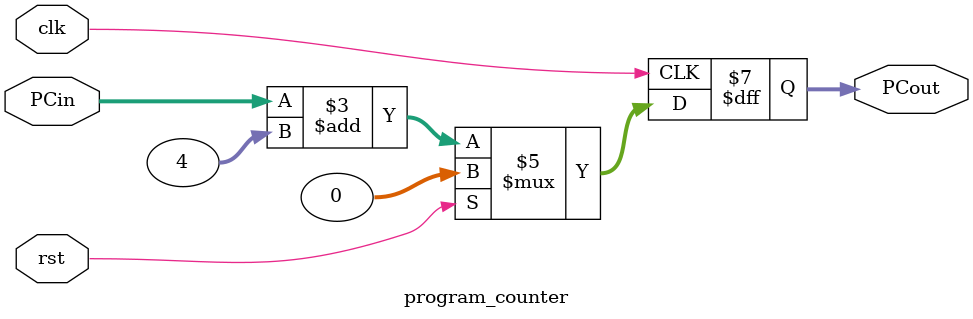
<source format=v>

`timescale 1ns / 1ps

module program_counter(input clk,
                       input rst,
                       input [31:0] PCin,
                       output reg [31:0] PCout

    );
    
    always @ (posedge clk) begin
        
        if(rst == 1) 
            PCout <= 0;
            
        else
            PCout <= PCin + 4;
        
    end
    
endmodule

</source>
